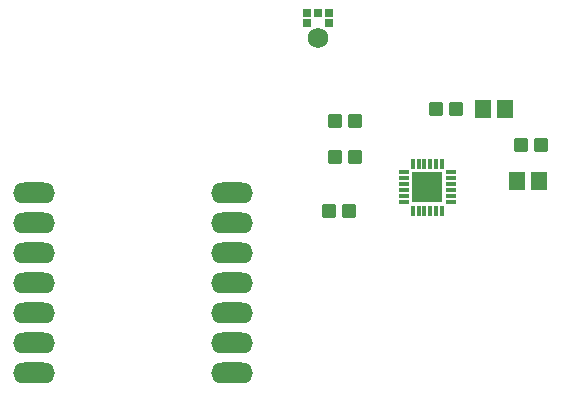
<source format=gbr>
%TF.GenerationSoftware,KiCad,Pcbnew,7.0.10*%
%TF.CreationDate,2024-01-26T16:43:20-08:00*%
%TF.ProjectId,FinalProject,46696e61-6c50-4726-9f6a-6563742e6b69,v2*%
%TF.SameCoordinates,Original*%
%TF.FileFunction,Soldermask,Top*%
%TF.FilePolarity,Negative*%
%FSLAX46Y46*%
G04 Gerber Fmt 4.6, Leading zero omitted, Abs format (unit mm)*
G04 Created by KiCad (PCBNEW 7.0.10) date 2024-01-26 16:43:20*
%MOMM*%
%LPD*%
G01*
G04 APERTURE LIST*
G04 Aperture macros list*
%AMRoundRect*
0 Rectangle with rounded corners*
0 $1 Rounding radius*
0 $2 $3 $4 $5 $6 $7 $8 $9 X,Y pos of 4 corners*
0 Add a 4 corners polygon primitive as box body*
4,1,4,$2,$3,$4,$5,$6,$7,$8,$9,$2,$3,0*
0 Add four circle primitives for the rounded corners*
1,1,$1+$1,$2,$3*
1,1,$1+$1,$4,$5*
1,1,$1+$1,$6,$7*
1,1,$1+$1,$8,$9*
0 Add four rect primitives between the rounded corners*
20,1,$1+$1,$2,$3,$4,$5,0*
20,1,$1+$1,$4,$5,$6,$7,0*
20,1,$1+$1,$6,$7,$8,$9,0*
20,1,$1+$1,$8,$9,$2,$3,0*%
G04 Aperture macros list end*
%ADD10RoundRect,0.050800X-0.620000X-0.750000X0.620000X-0.750000X0.620000X0.750000X-0.620000X0.750000X0*%
%ADD11RoundRect,0.050800X-0.537500X-0.500000X0.537500X-0.500000X0.537500X0.500000X-0.537500X0.500000X0*%
%ADD12O,3.556000X1.778000*%
%ADD13RoundRect,0.050800X-0.300000X-0.262500X0.300000X-0.262500X0.300000X0.262500X-0.300000X0.262500X0*%
%ADD14C,1.726600*%
%ADD15RoundRect,0.095400X0.355400X0.095400X-0.355400X0.095400X-0.355400X-0.095400X0.355400X-0.095400X0*%
%ADD16RoundRect,0.095400X0.095400X-0.355400X0.095400X0.355400X-0.095400X0.355400X-0.095400X-0.355400X0*%
%ADD17RoundRect,0.095400X-0.355400X-0.095400X0.355400X-0.095400X0.355400X0.095400X-0.355400X0.095400X0*%
%ADD18RoundRect,0.095400X-0.095400X0.355400X-0.095400X-0.355400X0.095400X-0.355400X0.095400X0.355400X0*%
%ADD19RoundRect,0.050800X-1.250000X-1.250000X1.250000X-1.250000X1.250000X1.250000X-1.250000X1.250000X0*%
G04 APERTURE END LIST*
D10*
%TO.C,C7*%
X164905000Y-94742000D03*
X166805000Y-94742000D03*
%TD*%
D11*
%TO.C,R2*%
X152405000Y-98806000D03*
X154105000Y-98806000D03*
%TD*%
%TO.C,C4*%
X168153000Y-97790000D03*
X169853000Y-97790000D03*
%TD*%
D12*
%TO.C,U1*%
X126927000Y-101854000D03*
X126927000Y-104394000D03*
X126927000Y-106934000D03*
X126927000Y-109474000D03*
X126927000Y-112014000D03*
X126927000Y-114554000D03*
X126927000Y-117094000D03*
X143691000Y-101854000D03*
X143691000Y-104394000D03*
X143691000Y-106934000D03*
X143691000Y-109474000D03*
X143691000Y-112014000D03*
X143691000Y-114554000D03*
X143691000Y-117094000D03*
%TD*%
D13*
%TO.C,IC1*%
X150041000Y-86614000D03*
X150041000Y-87464000D03*
D14*
X150941000Y-88724000D03*
D13*
X151841000Y-87464000D03*
X151841000Y-86614000D03*
X150941000Y-86614000D03*
%TD*%
D15*
%TO.C,U3*%
X158201000Y-100096000D03*
X158201000Y-100596000D03*
X158201000Y-101096000D03*
X158201000Y-101596000D03*
X158201000Y-102096000D03*
X158201000Y-102596000D03*
D16*
X158951000Y-103346000D03*
X159451000Y-103346000D03*
X159951000Y-103346000D03*
X160451000Y-103346000D03*
X160951000Y-103346000D03*
X161451000Y-103346000D03*
D17*
X162201000Y-102596000D03*
X162201000Y-102096000D03*
X162201000Y-101596000D03*
X162201000Y-101096000D03*
X162201000Y-100596000D03*
X162201000Y-100096000D03*
D18*
X161451000Y-99346000D03*
X160951000Y-99346000D03*
X160451000Y-99346000D03*
X159951000Y-99346000D03*
X159451000Y-99346000D03*
X158951000Y-99346000D03*
D19*
X160201000Y-101346000D03*
%TD*%
D11*
%TO.C,C5*%
X160943400Y-94755200D03*
X162643400Y-94755200D03*
%TD*%
%TO.C,R1*%
X152405000Y-95758000D03*
X154105000Y-95758000D03*
%TD*%
%TO.C,R3*%
X151897000Y-103378000D03*
X153597000Y-103378000D03*
%TD*%
D10*
%TO.C,C6*%
X167777000Y-100838000D03*
X169677000Y-100838000D03*
%TD*%
M02*

</source>
